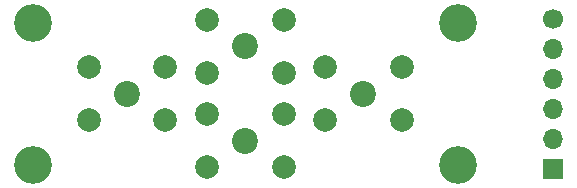
<source format=gbr>
%TF.GenerationSoftware,KiCad,Pcbnew,5.1.7-a382d34a8~88~ubuntu18.04.1*%
%TF.CreationDate,2021-06-07T00:47:52+02:00*%
%TF.ProjectId,button-board-6x6mm-4buttons,62757474-6f6e-42d6-926f-6172642d3678,v1r1*%
%TF.SameCoordinates,Original*%
%TF.FileFunction,Soldermask,Top*%
%TF.FilePolarity,Negative*%
%FSLAX46Y46*%
G04 Gerber Fmt 4.6, Leading zero omitted, Abs format (unit mm)*
G04 Created by KiCad (PCBNEW 5.1.7-a382d34a8~88~ubuntu18.04.1) date 2021-06-07 00:47:52*
%MOMM*%
%LPD*%
G01*
G04 APERTURE LIST*
%ADD10R,1.700000X1.700000*%
%ADD11O,1.700000X1.700000*%
%ADD12C,1.700000*%
%ADD13C,3.200000*%
%ADD14C,2.000000*%
%ADD15C,2.200000*%
G04 APERTURE END LIST*
D10*
%TO.C,J1*%
X84600000Y-48350000D03*
D11*
X84600000Y-45810000D03*
X84600000Y-43270000D03*
X84600000Y-40730000D03*
X84600000Y-38190000D03*
D12*
X84600000Y-35650000D03*
%TD*%
D13*
%TO.C,H8*%
X76497180Y-48016680D03*
%TD*%
%TO.C,H7*%
X40505380Y-48016680D03*
%TD*%
D14*
%TO.C,SW4*%
X71750000Y-39750000D03*
X71750000Y-44250000D03*
X65250000Y-39750000D03*
X65250000Y-44250000D03*
%TD*%
D15*
%TO.C,H6*%
X58500000Y-38000000D03*
%TD*%
D14*
%TO.C,SW3*%
X61750000Y-35750000D03*
X61750000Y-40250000D03*
X55250000Y-35750000D03*
X55250000Y-40250000D03*
%TD*%
%TO.C,SW2*%
X61750000Y-43750000D03*
X61750000Y-48250000D03*
X55250000Y-43750000D03*
X55250000Y-48250000D03*
%TD*%
D15*
%TO.C,H4*%
X68500000Y-42000000D03*
%TD*%
%TO.C,H3*%
X58500000Y-46000000D03*
%TD*%
%TO.C,H2*%
X48500000Y-42000000D03*
%TD*%
D13*
%TO.C,H5*%
X76497180Y-36016680D03*
%TD*%
%TO.C,H1*%
X40505380Y-36016680D03*
%TD*%
D14*
%TO.C,SW1*%
X51750000Y-39750000D03*
X51750000Y-44250000D03*
X45250000Y-39750000D03*
X45250000Y-44250000D03*
%TD*%
M02*

</source>
